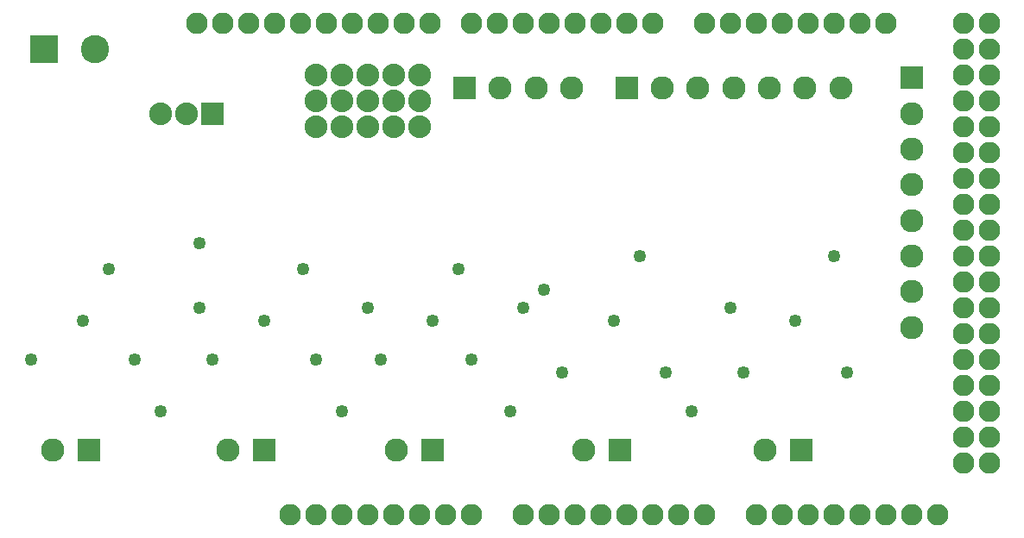
<source format=gbs>
G04 MADE WITH FRITZING*
G04 WWW.FRITZING.ORG*
G04 DOUBLE SIDED*
G04 HOLES PLATED*
G04 CONTOUR ON CENTER OF CONTOUR VECTOR*
%ASAXBY*%
%FSLAX23Y23*%
%MOIN*%
%OFA0B0*%
%SFA1.0B1.0*%
%ADD10C,0.088000*%
%ADD11C,0.090000*%
%ADD12C,0.082917*%
%ADD13C,0.109055*%
%ADD14C,0.049370*%
%ADD15R,0.090000X0.090000*%
%ADD16R,0.088000X0.088000*%
%ADD17R,0.109055X0.109055*%
%LNMASK0*%
G90*
G70*
G54D10*
X1500Y1807D03*
X1500Y1707D03*
X1500Y1607D03*
X1200Y1807D03*
X1200Y1707D03*
X1200Y1607D03*
X1300Y1807D03*
X1300Y1707D03*
X1300Y1607D03*
X1400Y1807D03*
X1400Y1707D03*
X1400Y1607D03*
X1600Y1807D03*
X1600Y1707D03*
X1600Y1607D03*
G54D11*
X3500Y1795D03*
X3500Y1657D03*
X3500Y1519D03*
X3500Y1381D03*
X3500Y1244D03*
X3500Y1106D03*
X3500Y968D03*
X3500Y830D03*
X1775Y1757D03*
X1912Y1757D03*
X2050Y1757D03*
X2188Y1757D03*
G54D10*
X800Y1657D03*
X700Y1657D03*
X600Y1657D03*
G54D12*
X3000Y107D03*
X1400Y107D03*
X3100Y107D03*
X3200Y107D03*
X3300Y107D03*
X3400Y107D03*
X3700Y1507D03*
X3500Y107D03*
X3600Y107D03*
X1440Y2007D03*
X2000Y107D03*
X2100Y107D03*
X2200Y107D03*
X2300Y107D03*
X3700Y707D03*
X2400Y107D03*
X2500Y107D03*
X2600Y107D03*
X2700Y107D03*
X2200Y2007D03*
X3700Y1907D03*
X3700Y1107D03*
X3700Y307D03*
X1040Y2007D03*
X1800Y107D03*
X1800Y2007D03*
X3700Y1707D03*
X3700Y1307D03*
X3700Y907D03*
X3400Y2007D03*
X3700Y507D03*
X3300Y2007D03*
X3200Y2007D03*
X3100Y2007D03*
X3000Y2007D03*
X2900Y2007D03*
X2800Y2007D03*
X2700Y2007D03*
X840Y2007D03*
X1240Y2007D03*
X1640Y2007D03*
X1200Y107D03*
X1600Y107D03*
X2400Y2007D03*
X2000Y2007D03*
X3700Y2007D03*
X3700Y1807D03*
X3700Y1607D03*
X3700Y1407D03*
X3700Y1207D03*
X3700Y1007D03*
X3700Y807D03*
X3700Y607D03*
X3700Y407D03*
X740Y2007D03*
X940Y2007D03*
X1140Y2007D03*
X1340Y2007D03*
X1540Y2007D03*
X1100Y107D03*
X1300Y107D03*
X1500Y107D03*
X1700Y107D03*
X2500Y2007D03*
X2300Y2007D03*
X2100Y2007D03*
X1900Y2007D03*
X3800Y2007D03*
X3800Y1907D03*
X3800Y1807D03*
X3800Y1707D03*
X3800Y1607D03*
X3800Y1507D03*
X3800Y1407D03*
X3800Y1307D03*
X3800Y1207D03*
X3800Y1107D03*
X3800Y1007D03*
X3800Y907D03*
X3800Y807D03*
X3800Y707D03*
X3800Y607D03*
X3800Y507D03*
X3800Y407D03*
X3800Y307D03*
X2900Y107D03*
G54D11*
X2400Y1757D03*
X2538Y1757D03*
X2676Y1757D03*
X2814Y1757D03*
X2951Y1757D03*
X3089Y1757D03*
X3227Y1757D03*
G54D13*
X150Y1907D03*
X347Y1907D03*
G54D11*
X3073Y357D03*
X2935Y357D03*
X2373Y357D03*
X2235Y357D03*
X1650Y357D03*
X1512Y357D03*
X1000Y357D03*
X862Y357D03*
X323Y357D03*
X185Y357D03*
G54D14*
X500Y707D03*
X100Y707D03*
X400Y1057D03*
X800Y707D03*
X1200Y707D03*
X1150Y1057D03*
X1450Y707D03*
X1800Y707D03*
X1750Y1057D03*
X2150Y657D03*
X2550Y657D03*
X2450Y1107D03*
X3200Y1107D03*
X3250Y657D03*
X2850Y657D03*
X300Y857D03*
X1000Y857D03*
X1650Y857D03*
X2350Y857D03*
X3050Y857D03*
X2800Y907D03*
X2650Y507D03*
X1950Y507D03*
X1300Y507D03*
X600Y507D03*
X2000Y907D03*
X1400Y907D03*
X750Y907D03*
X2082Y977D03*
X750Y1157D03*
G54D15*
X3500Y1795D03*
X1775Y1757D03*
G54D16*
X800Y1657D03*
G54D15*
X2400Y1757D03*
G54D17*
X150Y1907D03*
G54D15*
X3073Y357D03*
X2373Y357D03*
X1650Y357D03*
X1000Y357D03*
X323Y357D03*
G04 End of Mask0*
M02*
</source>
